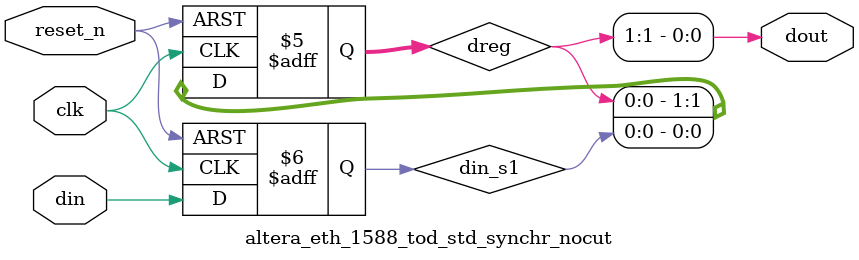
<source format=v>


`timescale 1ns / 1ns

module altera_eth_1588_tod_std_synchr_nocut (
                                clk, 
                                reset_n, 
                                din, 
                                dout
                                );

   parameter depth = 3; // This value must be >= 2 !
   parameter rst_value = 0;     
   parameter turn_off_meta = 0;
     
   input   clk;
   input   reset_n;    
   input   din;
   output  dout;
   
   // QuartusII synthesis directives:
   //     1. Preserve all registers ie. do not touch them.
   //     2. Do not merge other flip-flops with synchronizer flip-flops.
   // QuartusII TimeQuest directives:
   //     1. Identify all flip-flops in this module as members of the synchronizer 
   //        to enable automatic metastability MTBF analysis.

   (* altera_attribute = {"-name ADV_NETLIST_OPT_ALLOWED NEVER_ALLOW; -name SYNCHRONIZER_IDENTIFICATION FORCED; -name DONT_MERGE_REGISTER ON; -name PRESERVE_REGISTER ON  "} *) reg din_s1;

   (* altera_attribute = {"-name ADV_NETLIST_OPT_ALLOWED NEVER_ALLOW; -name DONT_MERGE_REGISTER ON; -name PRESERVE_REGISTER ON"} *) reg [depth-2:0] dreg;    
   
   //synthesis translate_off
   `ifndef QUARTUS_CDC
   initial begin
      if (depth <2) begin
         $display("%m: Error: synchronizer length: %0d less than 2.", depth);
      end
   end
   `endif 

   // the first synchronizer register is either a simple D flop for synthesis
   // and non-metastable simulation or a D flop with a method to inject random
   // metastable events resulting in random delay of [0,1] cycles
   
`ifdef __ALTERA_STD__METASTABLE_SIM

   reg[31:0]  RANDOM_SEED = 123456;      
   wire  next_din_s1;
   wire  dout;
   reg   din_last;
   reg          random;
   event metastable_event; // hook for debug monitoring

   initial begin
      $display("%m: Info: Metastable event injection simulation mode enabled");
   end
   
   always @(posedge clk) begin
      if (reset_n == 0)
        random <= $random(RANDOM_SEED);
      else
        random <= $random;
   end

   generate if (turn_off_meta == 1) begin: g_meta_off
       assign next_din_s1 = din;
   end
   else begin: g_meta
       assign next_din_s1 = (din_last ^ din) ? random : din;   
   end
   endgenerate

   always @(posedge clk or negedge reset_n) begin
       if (reset_n == 0) 
         din_last <= (rst_value == 0)? 1'b0 : 1'b1;
       else
         din_last <= din;
   end

   always @(posedge clk or negedge reset_n) begin
       if (reset_n == 0) 
         din_s1 <= (rst_value == 0)? 1'b0 : 1'b1;
       else
         din_s1 <= next_din_s1;
   end
   
`else 

   //synthesis translate_on   
   generate if (rst_value == 0)
       always @(posedge clk or negedge reset_n) begin
           if (reset_n == 0) 
             din_s1 <= 1'b0;
           else
             din_s1 <= din;
       end
   endgenerate
   
   generate if (rst_value == 1)
       always @(posedge clk or negedge reset_n) begin
           if (reset_n == 0) 
             din_s1 <= 1'b1;
           else
             din_s1 <= din;
       end
   endgenerate
   //synthesis translate_off      

`endif

`ifdef __ALTERA_STD__METASTABLE_SIM_VERBOSE
   always @(*) begin
      if (reset_n && (din_last != din) && (random != din)) begin
         $display("%m: Verbose Info: metastable event @ time %t", $time);
         ->metastable_event;
      end
   end      
`endif

   //synthesis translate_on

   // the remaining synchronizer registers form a simple shift register
   // of length depth-1
   generate if (rst_value == 0)
      if (depth < 3) begin
         always @(posedge clk or negedge reset_n) begin
            if (reset_n == 0) 
              dreg <= {depth-1{1'b0}};            
            else
              dreg <= din_s1;
         end         
      end else begin
         always @(posedge clk or negedge reset_n) begin
            if (reset_n == 0) 
              dreg <= {depth-1{1'b0}};
            else
              dreg <= {dreg[depth-3:0], din_s1};
         end
      end
   endgenerate
   
   generate if (rst_value == 1)
      if (depth < 3) begin
         always @(posedge clk or negedge reset_n) begin
            if (reset_n == 0) 
              dreg <= {depth-1{1'b1}};            
            else
              dreg <= din_s1;
         end         
      end else begin
         always @(posedge clk or negedge reset_n) begin
            if (reset_n == 0) 
              dreg <= {depth-1{1'b1}};
            else
              dreg <= {dreg[depth-3:0], din_s1};
         end
      end
   endgenerate

   assign dout = dreg[depth-2];
   
endmodule 


                        
`ifdef QUESTA_INTEL_OEM
`pragma questa_oem_00 "CiHuLcDcx2CFaipqUnG6eJShX3lvw64kGdUheRDdAxRNMJDD9dEHI/MRCtUJAcLmsBd6IH8fL3bDUmpEQheF2zaghGpGKnCpTz1wB3MMsfL946DH4BYjclmgdSEknFuZNrQ+pLVS/Lj3vQkypMrvdbariR4fH4jZBsXhTczasiEnw0YEHTL9qWUGov1EQOB7UaisG5nbHapq31xclXcb8Tf9pfiexXJ86K7hDsd/SQNpDF7+K/hdbGOeKnFI12Qh6JX/X78smJKRQX1ROhQVSJu8rhaHsyoyTSIPb2Xxd7DBBZ1cYEty5jAwFusaFRj2xxqY4UgJAnH6H3g7viZdMKthNfy553OphRpsQd63f3JaaVTpjfOM6UB55Fd9jcHhq9umg/CmAPngziU3eFxoEkRJc2A7iZWDFDM2GobPc2B/zd87zPf73DsPB8J3tZsS2WGlIp+8+6EFI/2w8E+Kdo+do5IF381C2u4sjeWImdmXDOnx3efo/hH6nREhjJCzR7whIwSFQ1CG+NN9slW1j708joQZcRq7jMbBHlVks3Fk/qZT0B7LGf+fDHdC/RU18S15okiwH28QoIcb8maX6LmYQkOvqI7ysfvcApt2AOv81R3mRdmLitMEpb7Qh9vkBn9QKSclssYP23XBejYZkVjA3+BueDSwgMWlG8ycfVpEwWY479075C1ihCVsxl6H/UwSTTM5XJ2KDhnnxoNqp2hFzxAEC4b50LGH5vlKfOkW9rE0zgpCNtdaPtyTlS49yza0TuKt1FmJjnmP4l2U6CWfJA2oNrAOuzMfuYf4Oblrp8JCuur6Q/TzH49+6h7zG9VB5LYa28iaiJnH93yKXF6Q03QKEHMYEG/WrQv/tj1WH+1s+hu7Bymk0xmZqoZEoS50kgIgkN2YLMHxLzKoeY2BDExlfuyba7mK3xl91LkO2fP/afndeVmjXw8vOFULh2AnfKGsrEtxj+eHbQem99QrPVEBf9KLiP/Fdb3kQ+Bcbk8dMiiplJWVGwMiOi6E"
`endif
</source>
